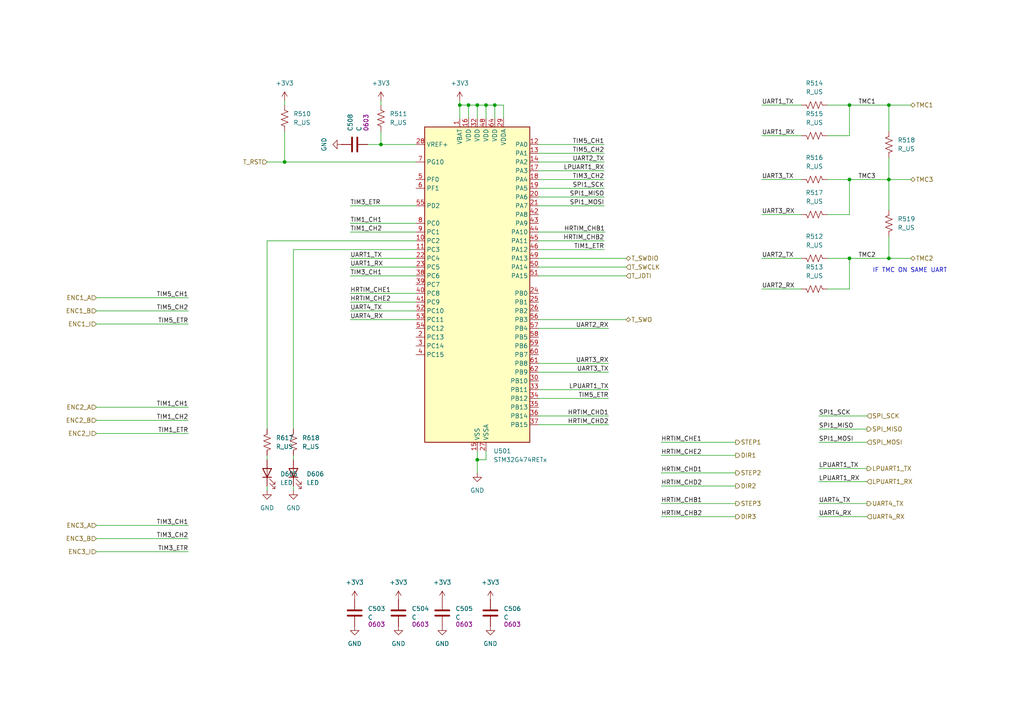
<source format=kicad_sch>
(kicad_sch (version 20250114) (generator "eeschema") (generator_version "9.0")
  (paper "A4")
  (lib_symbols
    (symbol "Device:C" (pin_numbers (hide yes)) (pin_names (offset 0.254))
      (property "Reference" "C" (at 0.635 2.54 0))
      (property "Value" "C" (at 0.635 -2.54 0))
      (symbol "C_0_1"
        (polyline (pts (xy -2.032 0.762) (xy 2.032 0.762)) (stroke (width 0.508)))
        (polyline (pts (xy -2.032 -0.762) (xy 2.032 -0.762)) (stroke (width 0.508)))
      )
      (symbol "C_1_1"
        (pin passive line (at 0 3.81 270) (length 2.794) (name "~") (number "1"))
        (pin passive line (at 0 -3.81 90) (length 2.794) (name "~") (number "2"))
      )
    )
    (symbol "Device:LED" (pin_numbers (hide yes)) (pin_names (offset 1.016) (hide yes))
      (property "Reference" "D" (at 0 2.54 0))
      (property "Value" "LED" (at 0 -2.54 0))
      (symbol "LED_0_1"
        (polyline (pts (xy -3.048 -0.762) (xy -4.572 -2.286) (xy -3.81 -2.286) (xy -4.572 -2.286) (xy -4.572 -1.524)))
        (polyline (pts (xy -1.778 -0.762) (xy -3.302 -2.286) (xy -2.54 -2.286) (xy -3.302 -2.286) (xy -3.302 -1.524)))
        (polyline (pts (xy -1.27 0) (xy 1.27 0)))
        (polyline (pts (xy -1.27 -1.27) (xy -1.27 1.27)) (stroke (width 0.254)))
        (polyline (pts (xy 1.27 -1.27) (xy 1.27 1.27) (xy -1.27 0) (xy 1.27 -1.27)) (stroke (width 0.254)))
      )
      (symbol "LED_1_1"
        (pin passive line (at -3.81 0 0) (length 2.54) (name "K") (number "1"))
        (pin passive line (at 3.81 0 180) (length 2.54) (name "A") (number "2"))
      )
    )
    (symbol "Device:R_US" (pin_numbers (hide yes)) (pin_names (offset 0))
      (property "Reference" "R" (at 2.54 0 90))
      (property "Value" "R_US" (at -2.54 0 90))
      (symbol "R_US_0_1"
        (polyline (pts (xy 0 2.286) (xy 0 2.54)))
        (polyline (pts (xy 0 2.286) (xy 1.016 1.905) (xy 0 1.524) (xy -1.016 1.143) (xy 0 0.762)))
        (polyline (pts (xy 0 0.762) (xy 1.016 0.381) (xy 0 0) (xy -1.016 -0.381) (xy 0 -0.762)))
        (polyline (pts (xy 0 -0.762) (xy 1.016 -1.143) (xy 0 -1.524) (xy -1.016 -1.905) (xy 0 -2.286)))
        (polyline (pts (xy 0 -2.286) (xy 0 -2.54)))
      )
      (symbol "R_US_1_1"
        (pin passive line (at 0 3.81 270) (length 1.27) (name "~") (number "1"))
        (pin passive line (at 0 -3.81 90) (length 1.27) (name "~") (number "2"))
      )
    )
    (symbol "MCU_ST_STM32G4:STM32G474RETx"
      (property "Reference" "U" (at -15.24 46.99 0))
      (property "Value" "STM32G474RETx" (at 10.16 46.99 0))
      (symbol "STM32G474RETx_0_1"
        (rectangle (start -15.24 -45.72) (end 15.24 45.72) (stroke (width 0.254)) (fill (type background)))
      )
      (symbol "STM32G474RETx_1_1"
        (pin input line (at -17.78 40.64 0) (length 2.54) (name "VREF+") (number "28"))
        (pin bidirectional line (at -17.78 35.56 0) (length 2.54) (name "PG10") (number "7"))
        (pin bidirectional line (at -17.78 30.48 0) (length 2.54) (name "PF0") (number "5"))
        (pin bidirectional line (at -17.78 27.94 0) (length 2.54) (name "PF1") (number "6"))
        (pin bidirectional line (at -17.78 22.86 0) (length 2.54) (name "PD2") (number "55"))
        (pin bidirectional line (at -17.78 17.78 0) (length 2.54) (name "PC0") (number "8"))
        (pin bidirectional line (at -17.78 15.24 0) (length 2.54) (name "PC1") (number "9"))
        (pin bidirectional line (at -17.78 12.7 0) (length 2.54) (name "PC2") (number "10"))
        (pin bidirectional line (at -17.78 10.16 0) (length 2.54) (name "PC3") (number "11"))
        (pin bidirectional line (at -17.78 7.62 0) (length 2.54) (name "PC4") (number "22"))
        (pin bidirectional line (at -17.78 5.08 0) (length 2.54) (name "PC5") (number "23"))
        (pin bidirectional line (at -17.78 2.54 0) (length 2.54) (name "PC6") (number "38"))
        (pin bidirectional line (at -17.78 0 0) (length 2.54) (name "PC7") (number "39"))
        (pin bidirectional line (at -17.78 -2.54 0) (length 2.54) (name "PC8") (number "40"))
        (pin bidirectional line (at -17.78 -5.08 0) (length 2.54) (name "PC9") (number "41"))
        (pin bidirectional line (at -17.78 -7.62 0) (length 2.54) (name "PC10") (number "52"))
        (pin bidirectional line (at -17.78 -10.16 0) (length 2.54) (name "PC11") (number "53"))
        (pin bidirectional line (at -17.78 -12.7 0) (length 2.54) (name "PC12") (number "54"))
        (pin bidirectional line (at -17.78 -15.24 0) (length 2.54) (name "PC13") (number "2"))
        (pin bidirectional line (at -17.78 -17.78 0) (length 2.54) (name "PC14") (number "3"))
        (pin bidirectional line (at -17.78 -20.32 0) (length 2.54) (name "PC15") (number "4"))
        (pin power_in line (at -5.08 48.26 270) (length 2.54) (name "VBAT") (number "1"))
        (pin power_in line (at -2.54 48.26 270) (length 2.54) (name "VDD") (number "16"))
        (pin power_in line (at 0 48.26 270) (length 2.54) (name "VDD") (number "32"))
        (pin power_in line (at 0 -48.26 90) (length 2.54) (name "VSS") (number "15"))
        (pin passive line (at 0 -48.26 90) (length 2.54) (hide yes) (name "VSS") (number "31"))
        (pin passive line (at 0 -48.26 90) (length 2.54) (hide yes) (name "VSS") (number "47"))
        (pin passive line (at 0 -48.26 90) (length 2.54) (hide yes) (name "VSS") (number "63"))
        (pin power_in line (at 2.54 48.26 270) (length 2.54) (name "VDD") (number "48"))
        (pin power_in line (at 2.54 -48.26 90) (length 2.54) (name "VSSA") (number "27"))
        (pin power_in line (at 5.08 48.26 270) (length 2.54) (name "VDD") (number "64"))
        (pin power_in line (at 7.62 48.26 270) (length 2.54) (name "VDDA") (number "29"))
        (pin bidirectional line (at 17.78 40.64 180) (length 2.54) (name "PA0") (number "12"))
        (pin bidirectional line (at 17.78 38.1 180) (length 2.54) (name "PA1") (number "13"))
        (pin bidirectional line (at 17.78 35.56 180) (length 2.54) (name "PA2") (number "14"))
        (pin bidirectional line (at 17.78 33.02 180) (length 2.54) (name "PA3") (number "17"))
        (pin bidirectional line (at 17.78 30.48 180) (length 2.54) (name "PA4") (number "18"))
        (pin bidirectional line (at 17.78 27.94 180) (length 2.54) (name "PA5") (number "19"))
        (pin bidirectional line (at 17.78 25.4 180) (length 2.54) (name "PA6") (number "20"))
        (pin bidirectional line (at 17.78 22.86 180) (length 2.54) (name "PA7") (number "21"))
        (pin bidirectional line (at 17.78 20.32 180) (length 2.54) (name "PA8") (number "42"))
        (pin bidirectional line (at 17.78 17.78 180) (length 2.54) (name "PA9") (number "43"))
        (pin bidirectional line (at 17.78 15.24 180) (length 2.54) (name "PA10") (number "44"))
        (pin bidirectional line (at 17.78 12.7 180) (length 2.54) (name "PA11") (number "45"))
        (pin bidirectional line (at 17.78 10.16 180) (length 2.54) (name "PA12") (number "46"))
        (pin bidirectional line (at 17.78 7.62 180) (length 2.54) (name "PA13") (number "49"))
        (pin bidirectional line (at 17.78 5.08 180) (length 2.54) (name "PA14") (number "50"))
        (pin bidirectional line (at 17.78 2.54 180) (length 2.54) (name "PA15") (number "51"))
        (pin bidirectional line (at 17.78 -2.54 180) (length 2.54) (name "PB0") (number "24"))
        (pin bidirectional line (at 17.78 -5.08 180) (length 2.54) (name "PB1") (number "25"))
        (pin bidirectional line (at 17.78 -7.62 180) (length 2.54) (name "PB2") (number "26"))
        (pin bidirectional line (at 17.78 -10.16 180) (length 2.54) (name "PB3") (number "56"))
        (pin bidirectional line (at 17.78 -12.7 180) (length 2.54) (name "PB4") (number "57"))
        (pin bidirectional line (at 17.78 -15.24 180) (length 2.54) (name "PB5") (number "58"))
        (pin bidirectional line (at 17.78 -17.78 180) (length 2.54) (name "PB6") (number "59"))
        (pin bidirectional line (at 17.78 -20.32 180) (length 2.54) (name "PB7") (number "60"))
        (pin bidirectional line (at 17.78 -22.86 180) (length 2.54) (name "PB8") (number "61"))
        (pin bidirectional line (at 17.78 -25.4 180) (length 2.54) (name "PB9") (number "62"))
        (pin bidirectional line (at 17.78 -27.94 180) (length 2.54) (name "PB10") (number "30"))
        (pin bidirectional line (at 17.78 -30.48 180) (length 2.54) (name "PB11") (number "33"))
        (pin bidirectional line (at 17.78 -33.02 180) (length 2.54) (name "PB12") (number "34"))
        (pin bidirectional line (at 17.78 -35.56 180) (length 2.54) (name "PB13") (number "35"))
        (pin bidirectional line (at 17.78 -38.1 180) (length 2.54) (name "PB14") (number "36"))
        (pin bidirectional line (at 17.78 -40.64 180) (length 2.54) (name "PB15") (number "37"))
      )
    )
    (symbol "power:+3V3" (power) (pin_numbers (hide yes)) (pin_names (offset 0) (hide yes))
      (property "Value" "+3V3" (at 0 3.556 0))
      (symbol "+3V3_0_1"
        (polyline (pts (xy -0.762 1.27) (xy 0 2.54)))
        (polyline (pts (xy 0 2.54) (xy 0.762 1.27)))
        (polyline (pts (xy 0 0) (xy 0 2.54)))
      )
      (symbol "+3V3_1_1"
        (pin power_in line (at 0 0 90) (length 0) (name "~") (number "1"))
      )
    )
    (symbol "power:GND" (power) (pin_numbers (hide yes)) (pin_names (offset 0) (hide yes))
      (property "Value" "GND" (at 0 -3.81 0))
      (symbol "GND_0_1"
        (polyline (pts (xy 0 0) (xy 0 -1.27) (xy 1.27 -1.27) (xy 0 -2.54) (xy -1.27 -1.27) (xy 0 -1.27)))
      )
      (symbol "GND_1_1"
        (pin power_in line (at 0 0 270) (length 0) (name "~") (number "1"))
      )
    )
  )
  (text "IF TMC ON SAME UART\n" (at 263.906 78.486 0) (effects (font (size 1.27 1.27))))
  (junction (at 133.35 30.48))
  (junction (at 82.55 46.99))
  (junction (at 138.43 133.35))
  (junction (at 138.43 30.48))
  (junction (at 257.81 52.07))
  (junction (at 257.81 30.48))
  (junction (at 110.49 41.91))
  (junction (at 246.38 52.07))
  (junction (at 246.38 74.93))
  (junction (at 246.38 30.48))
  (junction (at 140.97 30.48))
  (junction (at 135.89 30.48))
  (junction (at 143.51 30.48))
  (junction (at 257.81 74.93))
  (wire (pts (xy 156.21 92.71) (xy 181.61 92.71)))
  (wire (pts (xy 120.65 69.85) (xy 77.47 69.85)))
  (wire (pts (xy 156.21 46.99) (xy 175.26 46.99)))
  (wire (pts (xy 156.21 72.39) (xy 175.26 72.39)))
  (wire (pts (xy 110.49 29.21) (xy 110.49 30.48)))
  (wire (pts (xy 257.81 68.58) (xy 257.81 74.93)))
  (wire (pts (xy 101.6 64.77) (xy 120.65 64.77)))
  (wire (pts (xy 140.97 30.48) (xy 140.97 34.29)))
  (wire (pts (xy 156.21 52.07) (xy 175.26 52.07)))
  (wire (pts (xy 138.43 30.48) (xy 138.43 34.29)))
  (wire (pts (xy 257.81 30.48) (xy 264.16 30.48)))
  (wire (pts (xy 237.49 135.89) (xy 251.46 135.89)))
  (wire (pts (xy 101.6 67.31) (xy 120.65 67.31)))
  (wire (pts (xy 156.21 113.03) (xy 176.53 113.03)))
  (wire (pts (xy 237.49 120.65) (xy 251.46 120.65)))
  (wire (pts (xy 101.6 90.17) (xy 120.65 90.17)))
  (wire (pts (xy 220.98 39.37) (xy 232.41 39.37)))
  (wire (pts (xy 27.94 160.02) (xy 54.61 160.02)))
  (wire (pts (xy 246.38 30.48) (xy 257.81 30.48)))
  (wire (pts (xy 27.94 118.11) (xy 54.61 118.11)))
  (wire (pts (xy 191.77 146.05) (xy 213.36 146.05)))
  (wire (pts (xy 257.81 74.93) (xy 264.16 74.93)))
  (wire (pts (xy 101.6 92.71) (xy 120.65 92.71)))
  (wire (pts (xy 156.21 54.61) (xy 175.26 54.61)))
  (wire (pts (xy 27.94 152.4) (xy 54.61 152.4)))
  (wire (pts (xy 156.21 41.91) (xy 175.26 41.91)))
  (wire (pts (xy 133.35 30.48) (xy 133.35 34.29)))
  (wire (pts (xy 220.98 83.82) (xy 232.41 83.82)))
  (wire (pts (xy 220.98 52.07) (xy 232.41 52.07)))
  (wire (pts (xy 77.47 69.85) (xy 77.47 124.46)))
  (wire (pts (xy 237.49 124.46) (xy 251.46 124.46)))
  (wire (pts (xy 110.49 41.91) (xy 110.49 38.1)))
  (wire (pts (xy 213.36 132.08) (xy 191.77 132.08)))
  (wire (pts (xy 240.03 83.82) (xy 246.38 83.82)))
  (wire (pts (xy 191.77 128.27) (xy 213.36 128.27)))
  (wire (pts (xy 27.94 90.17) (xy 54.61 90.17)))
  (wire (pts (xy 101.6 80.01) (xy 120.65 80.01)))
  (wire (pts (xy 246.38 62.23) (xy 246.38 52.07)))
  (wire (pts (xy 240.03 62.23) (xy 246.38 62.23)))
  (wire (pts (xy 82.55 46.99) (xy 120.65 46.99)))
  (wire (pts (xy 156.21 115.57) (xy 176.53 115.57)))
  (wire (pts (xy 240.03 74.93) (xy 246.38 74.93)))
  (wire (pts (xy 101.6 87.63) (xy 120.65 87.63)))
  (wire (pts (xy 240.03 52.07) (xy 246.38 52.07)))
  (wire (pts (xy 135.89 30.48) (xy 135.89 34.29)))
  (wire (pts (xy 101.6 85.09) (xy 120.65 85.09)))
  (wire (pts (xy 77.47 46.99) (xy 82.55 46.99)))
  (wire (pts (xy 156.21 69.85) (xy 175.26 69.85)))
  (wire (pts (xy 246.38 52.07) (xy 257.81 52.07)))
  (wire (pts (xy 257.81 52.07) (xy 257.81 60.96)))
  (wire (pts (xy 156.21 107.95) (xy 176.53 107.95)))
  (wire (pts (xy 257.81 30.48) (xy 257.81 38.1)))
  (wire (pts (xy 220.98 74.93) (xy 232.41 74.93)))
  (wire (pts (xy 77.47 140.97) (xy 77.47 142.24)))
  (wire (pts (xy 27.94 86.36) (xy 54.61 86.36)))
  (wire (pts (xy 257.81 52.07) (xy 264.16 52.07)))
  (wire (pts (xy 85.09 72.39) (xy 120.65 72.39)))
  (wire (pts (xy 156.21 80.01) (xy 181.61 80.01)))
  (wire (pts (xy 251.46 149.86) (xy 237.49 149.86)))
  (wire (pts (xy 27.94 156.21) (xy 54.61 156.21)))
  (wire (pts (xy 156.21 123.19) (xy 176.53 123.19)))
  (wire (pts (xy 101.6 59.69) (xy 120.65 59.69)))
  (wire (pts (xy 156.21 74.93) (xy 181.61 74.93)))
  (wire (pts (xy 251.46 139.7) (xy 237.49 139.7)))
  (wire (pts (xy 82.55 29.21) (xy 82.55 30.48)))
  (wire (pts (xy 240.03 30.48) (xy 246.38 30.48)))
  (wire (pts (xy 140.97 30.48) (xy 138.43 30.48)))
  (wire (pts (xy 156.21 120.65) (xy 176.53 120.65)))
  (wire (pts (xy 156.21 59.69) (xy 175.26 59.69)))
  (wire (pts (xy 27.94 125.73) (xy 54.61 125.73)))
  (wire (pts (xy 143.51 30.48) (xy 140.97 30.48)))
  (wire (pts (xy 240.03 39.37) (xy 246.38 39.37)))
  (wire (pts (xy 27.94 121.92) (xy 54.61 121.92)))
  (wire (pts (xy 135.89 30.48) (xy 133.35 30.48)))
  (wire (pts (xy 156.21 105.41) (xy 176.53 105.41)))
  (wire (pts (xy 85.09 132.08) (xy 85.09 133.35)))
  (wire (pts (xy 101.6 77.47) (xy 120.65 77.47)))
  (wire (pts (xy 156.21 44.45) (xy 175.26 44.45)))
  (wire (pts (xy 237.49 146.05) (xy 251.46 146.05)))
  (wire (pts (xy 191.77 137.16) (xy 213.36 137.16)))
  (wire (pts (xy 246.38 74.93) (xy 246.38 83.82)))
  (wire (pts (xy 138.43 30.48) (xy 135.89 30.48)))
  (wire (pts (xy 146.05 30.48) (xy 143.51 30.48)))
  (wire (pts (xy 82.55 38.1) (xy 82.55 46.99)))
  (wire (pts (xy 85.09 140.97) (xy 85.09 142.24)))
  (wire (pts (xy 140.97 130.81) (xy 140.97 133.35)))
  (wire (pts (xy 140.97 133.35) (xy 138.43 133.35)))
  (wire (pts (xy 213.36 149.86) (xy 191.77 149.86)))
  (wire (pts (xy 146.05 34.29) (xy 146.05 30.48)))
  (wire (pts (xy 106.68 41.91) (xy 110.49 41.91)))
  (wire (pts (xy 213.36 140.97) (xy 191.77 140.97)))
  (wire (pts (xy 133.35 29.21) (xy 133.35 30.48)))
  (wire (pts (xy 156.21 67.31) (xy 175.4749 67.31)))
  (wire (pts (xy 220.98 62.23) (xy 232.41 62.23)))
  (wire (pts (xy 156.21 95.25) (xy 176.53 95.25)))
  (wire (pts (xy 138.43 130.81) (xy 138.43 133.35)))
  (wire (pts (xy 220.98 30.48) (xy 232.41 30.48)))
  (wire (pts (xy 101.6 74.93) (xy 120.65 74.93)))
  (wire (pts (xy 156.21 77.47) (xy 181.61 77.47)))
  (wire (pts (xy 85.09 72.39) (xy 85.09 124.46)))
  (wire (pts (xy 143.51 30.48) (xy 143.51 34.29)))
  (wire (pts (xy 251.46 128.27) (xy 237.49 128.27)))
  (wire (pts (xy 156.21 49.53) (xy 175.26 49.53)))
  (wire (pts (xy 246.38 74.93) (xy 257.81 74.93)))
  (wire (pts (xy 156.21 57.15) (xy 175.26 57.15)))
  (wire (pts (xy 246.38 30.48) (xy 246.38 39.37)))
  (wire (pts (xy 110.49 41.91) (xy 120.65 41.91)))
  (wire (pts (xy 257.81 45.72) (xy 257.81 52.07)))
  (wire (pts (xy 138.43 133.35) (xy 138.43 137.16)))
  (wire (pts (xy 77.47 132.08) (xy 77.47 133.35)))
  (wire (pts (xy 27.94 93.98) (xy 54.61 93.98)))
  (label "HRTIM_CHE1" (at 191.77 128.27 0))
  (label "TIM1_ETR" (at 175.26 72.39 180))
  (label "UART3_TX" (at 220.98 52.07 0))
  (label "LPUART1_RX" (at 175.26 49.53 180))
  (label "TIM1_ETR" (at 54.61 125.73 180))
  (label "TIM1_CH1" (at 101.6 64.77 0))
  (label "HRTIM_CHD1" (at 191.77 137.16 0))
  (label "UART4_TX" (at 237.49 146.05 0))
  (label "UART2_RX" (at 176.53 95.25 180))
  (label "TIM5_ETR" (at 176.53 115.57 180))
  (label "TIM5_CH2" (at 54.61 90.17 180))
  (label "TIM5_ETR" (at 54.61 93.98 180))
  (label "UART1_RX" (at 101.6 77.47 0))
  (label "UART2_RX" (at 220.98 83.82 0))
  (label "LPUART1_TX" (at 176.53 113.03 180))
  (label "LPUART1_TX" (at 237.49 135.89 0))
  (label "UART2_TX" (at 220.98 74.93 0))
  (label "UART4_RX" (at 101.6 92.71 0))
  (label "UART4_RX" (at 237.49 149.86 0))
  (label "TIM5_CH1" (at 54.61 86.36 180))
  (label "UART1_TX" (at 220.98 30.48 0))
  (label "LPUART1_RX" (at 237.49 139.7 0))
  (label "TIM3_CH2" (at 54.61 156.21 180))
  (label "HRTIM_CHD2" (at 176.53 123.19 180))
  (label "UART1_RX" (at 220.98 39.37 0))
  (label "UART3_RX" (at 220.98 62.23 0))
  (label "TIM1_CH2" (at 101.6 67.31 0))
  (label "TMC3" (at 254 52.07 180))
  (label "UART3_RX" (at 176.53 105.41 180))
  (label "HRTIM_CHB2" (at 175.26 69.85 180))
  (label "TIM5_CH1" (at 175.26 41.91 180))
  (label "HRTIM_CHE1" (at 101.6 85.09 0))
  (label "TMC2" (at 248.92 74.93 0))
  (label "HRTIM_CHE2" (at 191.77 132.08 0))
  (label "TIM3_CH1" (at 101.6 80.01 0))
  (label "TIM1_CH2" (at 54.61 121.92 180))
  (label "HRTIM_CHD1" (at 176.53 120.65 180))
  (label "HRTIM_CHD2" (at 191.77 140.97 0))
  (label "SPI1_SCK" (at 237.49 120.65 0))
  (label "UART1_TX" (at 101.6 74.93 0))
  (label "SPI1_MISO" (at 237.49 124.46 0))
  (label "TIM1_CH1" (at 54.61 118.11 180))
  (label "SPI1_SCK" (at 175.26 54.61 180))
  (label "TIM5_CH2" (at 175.26 44.45 180))
  (label "UART3_TX" (at 176.53 107.95 180))
  (label "TIM3_CH1" (at 54.61 152.4 180))
  (label "SPI1_MOSI" (at 237.49 128.27 0))
  (label "HRTIM_CHB1" (at 191.77 146.05 0))
  (label "UART2_TX" (at 175.26 46.99 180))
  (label "TMC1" (at 248.92 30.48 0))
  (label "SPI1_MISO" (at 175.26 57.15 180))
  (label "TIM3_ETR" (at 101.6 59.69 0))
  (label "HRTIM_CHB1" (at 175.4749 67.31 180))
  (label "HRTIM_CHE2" (at 101.6 87.63 0))
  (label "TIM3_ETR" (at 54.61 160.02 180))
  (label "HRTIM_CHB2" (at 191.77 149.86 0))
  (label "UART4_TX" (at 101.6 90.17 0))
  (label "SPI1_MOSI" (at 175.26 59.69 180))
  (label "TIM3_CH2" (at 175.26 52.07 180))
  (hierarchical_label "T_SWO" (shape bidirectional) (at 181.61 92.71 0))
  (hierarchical_label "SPI_SCK" (shape input) (at 251.46 120.65 0))
  (hierarchical_label "DIR1" (shape output) (at 213.36 132.08 0))
  (hierarchical_label "STEP1" (shape output) (at 213.36 128.27 0))
  (hierarchical_label "STEP2" (shape output) (at 213.36 137.16 0))
  (hierarchical_label "ENC2_A" (shape input) (at 27.94 118.11 180))
  (hierarchical_label "TMC3" (shape bidirectional) (at 264.16 52.07 0))
  (hierarchical_label "SPI_MOSI" (shape input) (at 251.46 128.27 0))
  (hierarchical_label "TMC2" (shape bidirectional) (at 264.16 74.93 0))
  (hierarchical_label "T_RST" (shape input) (at 77.47 46.99 180))
  (hierarchical_label "ENC1_I" (shape input) (at 27.94 93.98 180))
  (hierarchical_label "T_SWDIO" (shape bidirectional) (at 181.61 74.93 0))
  (hierarchical_label "UART4_RX" (shape input) (at 251.46 149.86 0))
  (hierarchical_label "LPUART1_RX" (shape input) (at 251.46 139.7 0))
  (hierarchical_label "T_JDTI" (shape input) (at 181.61 80.01 0))
  (hierarchical_label "DIR3" (shape output) (at 213.36 149.86 0))
  (hierarchical_label "ENC1_B" (shape input) (at 27.94 90.17 180))
  (hierarchical_label "ENC2_I" (shape input) (at 27.94 125.73 180))
  (hierarchical_label "DIR2" (shape output) (at 213.36 140.97 0))
  (hierarchical_label "ENC3_I" (shape input) (at 27.94 160.02 180))
  (hierarchical_label "SPI_MISO" (shape output) (at 251.46 124.46 0))
  (hierarchical_label "ENC2_B" (shape input) (at 27.94 121.92 180))
  (hierarchical_label "T_SWCLK" (shape input) (at 181.61 77.47 0))
  (hierarchical_label "ENC3_B" (shape input) (at 27.94 156.21 180))
  (hierarchical_label "ENC3_A" (shape input) (at 27.94 152.4 180))
  (hierarchical_label "STEP3" (shape output) (at 213.36 146.05 0))
  (hierarchical_label "ENC1_A" (shape input) (at 27.94 86.36 180))
  (hierarchical_label "UART4_TX" (shape output) (at 251.46 146.05 0))
  (hierarchical_label "TMC1" (shape bidirectional) (at 264.16 30.48 0))
  (hierarchical_label "LPUART1_TX" (shape output) (at 251.46 135.89 0))
  (symbol (lib_id "Device:C") (at 128.27 177.8 0) (unit 1)
    (property "Reference" "C505" (at 132.08 176.5299 0) (effects (justify left)))
    (property "Value" "C" (at 132.08 179.0699 0) (effects (justify left)))
    (property "Footprint" "Capacitor_SMD:C_0603_1608Metric_Pad1.08x0.95mm_HandSolder" (effects (hide yes)))
    (property "Description" "Unpolarized capacitor" (effects (hide yes)))
    (property "Size" "0603" (at 134.62 181.102 0))
  )
  (symbol (lib_id "Device:C") (at 142.24 177.8 0) (unit 1)
    (property "Reference" "C506" (at 146.05 176.5299 0) (effects (justify left)))
    (property "Value" "C" (at 146.05 179.0699 0) (effects (justify left)))
    (property "Footprint" "Capacitor_SMD:C_0603_1608Metric_Pad1.08x0.95mm_HandSolder" (effects (hide yes)))
    (property "Description" "Unpolarized capacitor" (effects (hide yes)))
    (property "Size" "0603" (at 148.59 181.102 0))
  )
  (symbol (lib_id "Device:R_US") (at 236.22 62.23 270) (mirror x) (unit 1)
    (property "Reference" "R517" (at 236.22 55.88 90))
    (property "Value" "R_US" (at 236.22 58.42 90))
    (property "Footprint" "Resistor_SMD:R_0603_1608Metric_Pad0.98x0.95mm_HandSolder" (effects (hide yes)))
    (property "Description" "Resistor, US symbol" (effects (hide yes)))
  )
  (symbol (lib_id "Device:R_US") (at 85.09 128.27 0) (mirror y) (unit 1)
    (property "Reference" "R618" (at 87.63 126.9999 0) (effects (justify right)))
    (property "Value" "R_US" (at 87.63 129.5399 0) (effects (justify right)))
    (property "Footprint" "Resistor_SMD:R_0603_1608Metric_Pad0.98x0.95mm_HandSolder" (effects (hide yes)))
    (property "Description" "Resistor, US symbol" (effects (hide yes)))
  )
  (symbol (lib_id "Device:R_US") (at 77.47 128.27 0) (mirror y) (unit 1)
    (property "Reference" "R617" (at 80.01 126.9999 0) (effects (justify right)))
    (property "Value" "R_US" (at 80.01 129.5399 0) (effects (justify right)))
    (property "Footprint" "Resistor_SMD:R_0603_1608Metric_Pad0.98x0.95mm_HandSolder" (effects (hide yes)))
    (property "Description" "Resistor, US symbol" (effects (hide yes)))
  )
  (symbol (lib_id "Device:R_US") (at 82.55 34.29 180) (unit 1)
    (property "Reference" "R510" (at 85.09 33.0199 0) (effects (justify right)))
    (property "Value" "R_US" (at 85.09 35.5599 0) (effects (justify right)))
    (property "Footprint" "Resistor_SMD:R_0603_1608Metric_Pad0.98x0.95mm_HandSolder" (effects (hide yes)))
    (property "Description" "Resistor, US symbol" (effects (hide yes)))
  )
  (symbol (lib_id "Device:C") (at 102.87 41.91 90) (unit 1)
    (property "Reference" "C508" (at 101.5999 38.1 0) (effects (justify left)))
    (property "Value" "C" (at 104.1399 38.1 0) (effects (justify left)))
    (property "Footprint" "Capacitor_SMD:C_0603_1608Metric_Pad1.08x0.95mm_HandSolder" (effects (hide yes)))
    (property "Description" "Unpolarized capacitor" (effects (hide yes)))
    (property "Size" "0603" (at 106.172 35.56 0))
  )
  (symbol (lib_id "Device:C") (at 102.87 177.8 0) (unit 1)
    (property "Reference" "C503" (at 106.68 176.5299 0) (effects (justify left)))
    (property "Value" "C" (at 106.68 179.0699 0) (effects (justify left)))
    (property "Footprint" "Capacitor_SMD:C_0603_1608Metric_Pad1.08x0.95mm_HandSolder" (effects (hide yes)))
    (property "Description" "Unpolarized capacitor" (effects (hide yes)))
    (property "Size" "0603" (at 109.22 181.102 0))
  )
  (symbol (lib_id "power:GND") (at 102.87 181.61 0) (unit 1)
    (property "Reference" "#PWR0515" (effects (hide yes)))
    (property "Value" "GND" (at 102.87 186.69 0))
    (property "Description" "Power symbol creates a global label with name \"GND\" , ground" (effects (hide yes)))
  )
  (symbol (lib_id "power:GND") (at 99.06 41.91 270) (unit 1)
    (property "Reference" "#PWR0513" (effects (hide yes)))
    (property "Value" "GND" (at 93.98 41.91 0))
    (property "Description" "Power symbol creates a global label with name \"GND\" , ground" (effects (hide yes)))
  )
  (symbol (lib_id "power:+3V3") (at 110.49 29.21 0) (unit 1)
    (property "Reference" "#PWR0516" (effects (hide yes)))
    (property "Value" "+3V3" (at 110.49 24.13 0))
    (property "Description" "Power symbol creates a global label with name \"+3V3\"" (effects (hide yes)))
  )
  (symbol (lib_id "power:GND") (at 142.24 181.61 0) (unit 1)
    (property "Reference" "#PWR0524" (effects (hide yes)))
    (property "Value" "GND" (at 142.24 186.69 0))
    (property "Description" "Power symbol creates a global label with name \"GND\" , ground" (effects (hide yes)))
  )
  (symbol (lib_id "Device:LED") (at 77.47 137.16 90) (unit 1)
    (property "Reference" "D605" (at 81.28 137.4774 90) (effects (justify right)))
    (property "Value" "LED" (at 81.28 140.0174 90) (effects (justify right)))
    (property "Footprint" "LED_SMD:LED_0805_2012Metric_Pad1.15x1.40mm_HandSolder" (effects (hide yes)))
    (property "Description" "Light emitting diode" (effects (hide yes)))
    (property "Sim.Pins" "1=K 2=A" (effects (hide yes)))
  )
  (symbol (lib_id "power:+3V3") (at 128.27 173.99 0) (unit 1)
    (property "Reference" "#PWR0519" (effects (hide yes)))
    (property "Value" "+3V3" (at 128.27 168.91 0))
    (property "Description" "Power symbol creates a global label with name \"+3V3\"" (effects (hide yes)))
  )
  (symbol (lib_id "Device:R_US") (at 236.22 39.37 270) (mirror x) (unit 1)
    (property "Reference" "R515" (at 236.22 33.02 90))
    (property "Value" "R_US" (at 236.22 35.56 90))
    (property "Footprint" "Resistor_SMD:R_0603_1608Metric_Pad0.98x0.95mm_HandSolder" (effects (hide yes)))
    (property "Description" "Resistor, US symbol" (effects (hide yes)))
  )
  (symbol (lib_id "power:GND") (at 115.57 181.61 0) (unit 1)
    (property "Reference" "#PWR0518" (effects (hide yes)))
    (property "Value" "GND" (at 115.57 186.69 0))
    (property "Description" "Power symbol creates a global label with name \"GND\" , ground" (effects (hide yes)))
  )
  (symbol (lib_id "power:+3V3") (at 102.87 173.99 0) (unit 1)
    (property "Reference" "#PWR0514" (effects (hide yes)))
    (property "Value" "+3V3" (at 102.87 168.91 0))
    (property "Description" "Power symbol creates a global label with name \"+3V3\"" (effects (hide yes)))
  )
  (symbol (lib_id "Device:R_US") (at 236.22 83.82 270) (mirror x) (unit 1)
    (property "Reference" "R513" (at 236.22 77.47 90))
    (property "Value" "R_US" (at 236.22 80.01 90))
    (property "Footprint" "Resistor_SMD:R_0603_1608Metric_Pad0.98x0.95mm_HandSolder" (effects (hide yes)))
    (property "Description" "Resistor, US symbol" (effects (hide yes)))
  )
  (symbol (lib_id "power:+3V3") (at 142.24 173.99 0) (unit 1)
    (property "Reference" "#PWR0523" (effects (hide yes)))
    (property "Value" "+3V3" (at 142.24 168.91 0))
    (property "Description" "Power symbol creates a global label with name \"+3V3\"" (effects (hide yes)))
  )
  (symbol (lib_id "Device:R_US") (at 257.81 41.91 0) (mirror y) (unit 1)
    (property "Reference" "R518" (at 260.35 40.6399 0) (effects (justify right)))
    (property "Value" "R_US" (at 260.35 43.1799 0) (effects (justify right)))
    (property "Footprint" "Resistor_SMD:R_0805_2012Metric_Pad1.20x1.40mm_HandSolder" (effects (hide yes)))
    (property "Description" "Resistor, US symbol" (effects (hide yes)))
  )
  (symbol (lib_id "power:GND") (at 85.09 142.24 0) (mirror y) (unit 1)
    (property "Reference" "#PWR0641" (effects (hide yes)))
    (property "Value" "GND" (at 85.09 147.32 0))
    (property "Description" "Power symbol creates a global label with name \"GND\" , ground" (effects (hide yes)))
  )
  (symbol (lib_id "MCU_ST_STM32G4:STM32G474RETx") (at 138.43 82.55 0) (unit 1)
    (property "Reference" "U501" (at 143.1133 130.81 0) (effects (justify left)))
    (property "Value" "STM32G474RETx" (at 143.1133 133.35 0) (effects (justify left)))
    (property "Footprint" "Package_QFP:LQFP-64_10x10mm_P0.5mm" (effects (hide yes)))
    (property "Datasheet" "https://www.st.com/resource/en/datasheet/stm32g474re.pdf" (effects (hide yes)))
    (property "Description" "STMicroelectronics Arm Cortex-M4 MCU, 512KB flash, 128KB RAM, 170 MHz, 1.71-3.6V, 52 GPIO, LQFP64" (effects (hide yes)))
  )
  (symbol (lib_id "Device:R_US") (at 257.81 64.77 0) (mirror y) (unit 1)
    (property "Reference" "R519" (at 260.35 63.4999 0) (effects (justify right)))
    (property "Value" "R_US" (at 260.35 66.0399 0) (effects (justify right)))
    (property "Footprint" "Resistor_SMD:R_0805_2012Metric_Pad1.20x1.40mm_HandSolder" (effects (hide yes)))
    (property "Description" "Resistor, US symbol" (effects (hide yes)))
  )
  (symbol (lib_id "Device:C") (at 115.57 177.8 0) (unit 1)
    (property "Reference" "C504" (at 119.38 176.5299 0) (effects (justify left)))
    (property "Value" "C" (at 119.38 179.0699 0) (effects (justify left)))
    (property "Footprint" "Capacitor_SMD:C_0603_1608Metric_Pad1.08x0.95mm_HandSolder" (effects (hide yes)))
    (property "Description" "Unpolarized capacitor" (effects (hide yes)))
    (property "Size" "0603" (at 121.92 181.102 0))
  )
  (symbol (lib_id "Device:R_US") (at 110.49 34.29 180) (unit 1)
    (property "Reference" "R511" (at 113.03 33.0199 0) (effects (justify right)))
    (property "Value" "R_US" (at 113.03 35.5599 0) (effects (justify right)))
    (property "Footprint" "Resistor_SMD:R_0603_1608Metric_Pad0.98x0.95mm_HandSolder" (effects (hide yes)))
    (property "Description" "Resistor, US symbol" (effects (hide yes)))
  )
  (symbol (lib_id "power:GND") (at 138.43 137.16 0) (unit 1)
    (property "Reference" "#PWR0522" (effects (hide yes)))
    (property "Value" "GND" (at 138.43 142.24 0))
    (property "Description" "Power symbol creates a global label with name \"GND\" , ground" (effects (hide yes)))
  )
  (symbol (lib_id "power:+3V3") (at 133.35 29.21 0) (unit 1)
    (property "Reference" "#PWR0521" (effects (hide yes)))
    (property "Value" "+3V3" (at 133.35 24.13 0))
    (property "Description" "Power symbol creates a global label with name \"+3V3\"" (effects (hide yes)))
  )
  (symbol (lib_id "power:+3V3") (at 115.57 173.99 0) (unit 1)
    (property "Reference" "#PWR0517" (effects (hide yes)))
    (property "Value" "+3V3" (at 115.57 168.91 0))
    (property "Description" "Power symbol creates a global label with name \"+3V3\"" (effects (hide yes)))
  )
  (symbol (lib_id "Device:R_US") (at 236.22 74.93 270) (mirror x) (unit 1)
    (property "Reference" "R512" (at 236.22 68.58 90))
    (property "Value" "R_US" (at 236.22 71.12 90))
    (property "Footprint" "Resistor_SMD:R_0603_1608Metric_Pad0.98x0.95mm_HandSolder" (effects (hide yes)))
    (property "Description" "Resistor, US symbol" (effects (hide yes)))
  )
  (symbol (lib_id "Device:R_US") (at 236.22 30.48 270) (mirror x) (unit 1)
    (property "Reference" "R514" (at 236.22 24.13 90))
    (property "Value" "R_US" (at 236.22 26.67 90))
    (property "Footprint" "Resistor_SMD:R_0603_1608Metric_Pad0.98x0.95mm_HandSolder" (effects (hide yes)))
    (property "Description" "Resistor, US symbol" (effects (hide yes)))
  )
  (symbol (lib_id "power:GND") (at 77.47 142.24 0) (mirror y) (unit 1)
    (property "Reference" "#PWR0640" (effects (hide yes)))
    (property "Value" "GND" (at 77.47 147.32 0))
    (property "Description" "Power symbol creates a global label with name \"GND\" , ground" (effects (hide yes)))
  )
  (symbol (lib_id "power:+3V3") (at 82.55 29.21 0) (unit 1)
    (property "Reference" "#PWR0510" (effects (hide yes)))
    (property "Value" "+3V3" (at 82.55 24.13 0))
    (property "Description" "Power symbol creates a global label with name \"+3V3\"" (effects (hide yes)))
  )
  (symbol (lib_id "power:GND") (at 128.27 181.61 0) (unit 1)
    (property "Reference" "#PWR0520" (effects (hide yes)))
    (property "Value" "GND" (at 128.27 186.69 0))
    (property "Description" "Power symbol creates a global label with name \"GND\" , ground" (effects (hide yes)))
  )
  (symbol (lib_id "Device:LED") (at 85.09 137.16 90) (unit 1)
    (property "Reference" "D606" (at 88.9 137.4774 90) (effects (justify right)))
    (property "Value" "LED" (at 88.9 140.0174 90) (effects (justify right)))
    (property "Footprint" "LED_SMD:LED_0805_2012Metric_Pad1.15x1.40mm_HandSolder" (effects (hide yes)))
    (property "Description" "Light emitting diode" (effects (hide yes)))
    (property "Sim.Pins" "1=K 2=A" (effects (hide yes)))
  )
  (symbol (lib_id "Device:R_US") (at 236.22 52.07 270) (mirror x) (unit 1)
    (property "Reference" "R516" (at 236.22 45.72 90))
    (property "Value" "R_US" (at 236.22 48.26 90))
    (property "Footprint" "Resistor_SMD:R_0603_1608Metric_Pad0.98x0.95mm_HandSolder" (effects (hide yes)))
    (property "Description" "Resistor, US symbol" (effects (hide yes)))
  )
)
</source>
